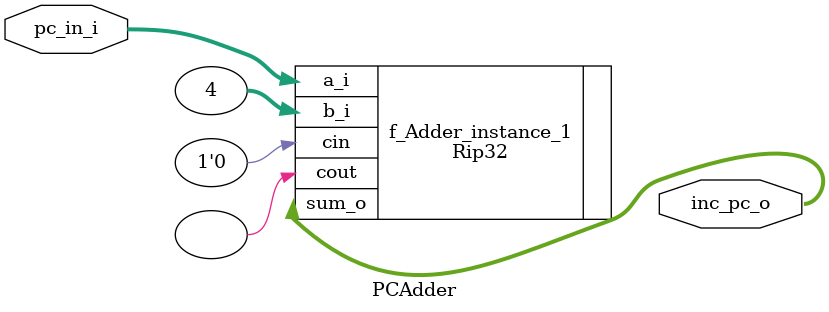
<source format=v>

`timescale 1ns / 1ps

module PCAdder #(
    parameter ARCHITECTURE = 32,
    parameter INCREMENT = 32'h00000004
)(
    input wire [ARCHITECTURE-1:0] pc_in_i,
    output wire [ARCHITECTURE-1:0] inc_pc_o
);

    Rip32 f_Adder_instance_1(
        .a_i(pc_in_i), 
        .b_i(INCREMENT), 
        .cin(1'b0),

        .cout(),
        .sum_o(inc_pc_o)
    );

endmodule

</source>
